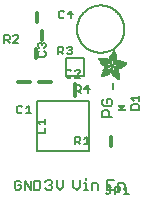
<source format=gbr>
G04 EAGLE Gerber RS-274X export*
G75*
%MOMM*%
%FSLAX34Y34*%
%LPD*%
%INSilkscreen Top*%
%IPPOS*%
%AMOC8*
5,1,8,0,0,1.08239X$1,22.5*%
G01*
%ADD10C,0.127000*%
%ADD11C,0.152400*%
%ADD12C,0.304800*%
%ADD13C,0.203200*%
%ADD14R,0.034300X0.003800*%
%ADD15R,0.057200X0.003800*%
%ADD16R,0.076200X0.003800*%
%ADD17R,0.091400X0.003800*%
%ADD18R,0.102900X0.003800*%
%ADD19R,0.114300X0.003900*%
%ADD20R,0.129500X0.003800*%
%ADD21R,0.137200X0.003800*%
%ADD22R,0.144800X0.003800*%
%ADD23R,0.152400X0.003800*%
%ADD24R,0.160000X0.003800*%
%ADD25R,0.171500X0.003800*%
%ADD26R,0.175300X0.003800*%
%ADD27R,0.182900X0.003800*%
%ADD28R,0.190500X0.003800*%
%ADD29R,0.194300X0.003900*%
%ADD30R,0.201900X0.003800*%
%ADD31R,0.209500X0.003800*%
%ADD32R,0.213400X0.003800*%
%ADD33R,0.221000X0.003800*%
%ADD34R,0.224800X0.003800*%
%ADD35R,0.232400X0.003800*%
%ADD36R,0.240000X0.003800*%
%ADD37R,0.243800X0.003800*%
%ADD38R,0.247600X0.003800*%
%ADD39R,0.255300X0.003900*%
%ADD40R,0.259100X0.003800*%
%ADD41R,0.262900X0.003800*%
%ADD42R,0.270500X0.003800*%
%ADD43R,0.274300X0.003800*%
%ADD44R,0.281900X0.003800*%
%ADD45R,0.285700X0.003800*%
%ADD46R,0.289500X0.003800*%
%ADD47R,0.297200X0.003800*%
%ADD48R,0.301000X0.003800*%
%ADD49R,0.304800X0.003900*%
%ADD50R,0.312400X0.003800*%
%ADD51R,0.316200X0.003800*%
%ADD52R,0.320000X0.003800*%
%ADD53R,0.327600X0.003800*%
%ADD54R,0.331500X0.003800*%
%ADD55R,0.339100X0.003800*%
%ADD56R,0.342900X0.003800*%
%ADD57R,0.346700X0.003800*%
%ADD58R,0.354300X0.003800*%
%ADD59R,0.358100X0.003900*%
%ADD60R,0.361900X0.003800*%
%ADD61R,0.369600X0.003800*%
%ADD62R,0.373400X0.003800*%
%ADD63R,0.377200X0.003800*%
%ADD64R,0.384800X0.003800*%
%ADD65R,0.388600X0.003800*%
%ADD66R,0.396200X0.003800*%
%ADD67R,0.400000X0.003800*%
%ADD68R,0.403800X0.003800*%
%ADD69R,0.411500X0.003900*%
%ADD70R,0.415300X0.003800*%
%ADD71R,0.419100X0.003800*%
%ADD72R,0.045700X0.003800*%
%ADD73R,0.426700X0.003800*%
%ADD74R,0.072400X0.003800*%
%ADD75R,0.430500X0.003800*%
%ADD76R,0.095300X0.003800*%
%ADD77R,0.438100X0.003800*%
%ADD78R,0.110500X0.003800*%
%ADD79R,0.441900X0.003800*%
%ADD80R,0.445800X0.003800*%
%ADD81R,0.144700X0.003800*%
%ADD82R,0.453400X0.003800*%
%ADD83R,0.457200X0.003800*%
%ADD84R,0.175300X0.003900*%
%ADD85R,0.461000X0.003900*%
%ADD86R,0.468600X0.003800*%
%ADD87R,0.205800X0.003800*%
%ADD88R,0.472400X0.003800*%
%ADD89R,0.217200X0.003800*%
%ADD90R,0.476200X0.003800*%
%ADD91R,0.483900X0.003800*%
%ADD92R,0.247700X0.003800*%
%ADD93R,0.487700X0.003800*%
%ADD94R,0.495300X0.003800*%
%ADD95R,0.499100X0.003800*%
%ADD96R,0.502900X0.003800*%
%ADD97R,0.510500X0.003800*%
%ADD98R,0.308600X0.003900*%
%ADD99R,0.514300X0.003900*%
%ADD100R,0.323800X0.003800*%
%ADD101R,0.518100X0.003800*%
%ADD102R,0.335300X0.003800*%
%ADD103R,0.525800X0.003800*%
%ADD104R,0.529600X0.003800*%
%ADD105R,0.358100X0.003800*%
%ADD106R,0.533400X0.003800*%
%ADD107R,0.537200X0.003800*%
%ADD108R,0.381000X0.003800*%
%ADD109R,0.544800X0.003800*%
%ADD110R,0.392400X0.003800*%
%ADD111R,0.548600X0.003800*%
%ADD112R,0.552400X0.003800*%
%ADD113R,0.556200X0.003800*%
%ADD114R,0.422900X0.003900*%
%ADD115R,0.560100X0.003900*%
%ADD116R,0.434300X0.003800*%
%ADD117R,0.563900X0.003800*%
%ADD118R,0.567700X0.003800*%
%ADD119R,0.461000X0.003800*%
%ADD120R,0.571500X0.003800*%
%ADD121R,0.575300X0.003800*%
%ADD122R,0.480100X0.003800*%
%ADD123R,0.579100X0.003800*%
%ADD124R,0.491500X0.003800*%
%ADD125R,0.582900X0.003800*%
%ADD126R,0.586700X0.003800*%
%ADD127R,0.510600X0.003800*%
%ADD128R,0.590500X0.003800*%
%ADD129R,0.522000X0.003800*%
%ADD130R,0.594300X0.003800*%
%ADD131R,0.533400X0.003900*%
%ADD132R,0.598200X0.003900*%
%ADD133R,0.541000X0.003800*%
%ADD134R,0.602000X0.003800*%
%ADD135R,0.552500X0.003800*%
%ADD136R,0.605800X0.003800*%
%ADD137R,0.560100X0.003800*%
%ADD138R,0.609600X0.003800*%
%ADD139R,0.613400X0.003800*%
%ADD140R,0.583000X0.003800*%
%ADD141R,0.617200X0.003800*%
%ADD142R,0.594400X0.003800*%
%ADD143R,0.621000X0.003800*%
%ADD144R,0.598200X0.003800*%
%ADD145R,0.624800X0.003800*%
%ADD146R,0.613500X0.003900*%
%ADD147R,0.628600X0.003900*%
%ADD148R,0.632400X0.003800*%
%ADD149R,0.628600X0.003800*%
%ADD150R,0.636300X0.003800*%
%ADD151R,0.640100X0.003800*%
%ADD152R,0.636200X0.003800*%
%ADD153R,0.643900X0.003800*%
%ADD154R,0.647700X0.003800*%
%ADD155R,0.651500X0.003800*%
%ADD156R,0.659100X0.003800*%
%ADD157R,0.659100X0.003900*%
%ADD158R,0.655300X0.003900*%
%ADD159R,0.662900X0.003800*%
%ADD160R,0.655300X0.003800*%
%ADD161R,0.670500X0.003800*%
%ADD162R,0.670600X0.003800*%
%ADD163R,0.674400X0.003800*%
%ADD164R,0.682000X0.003800*%
%ADD165R,0.666700X0.003800*%
%ADD166R,0.685800X0.003800*%
%ADD167R,0.689600X0.003800*%
%ADD168R,0.693400X0.003900*%
%ADD169R,0.674400X0.003900*%
%ADD170R,0.697200X0.003800*%
%ADD171R,0.678200X0.003800*%
%ADD172R,0.697300X0.003800*%
%ADD173R,0.701100X0.003800*%
%ADD174R,0.704900X0.003800*%
%ADD175R,0.708700X0.003800*%
%ADD176R,0.712500X0.003800*%
%ADD177R,0.716300X0.003800*%
%ADD178R,0.720100X0.003900*%
%ADD179R,0.689600X0.003900*%
%ADD180R,0.720000X0.003800*%
%ADD181R,0.693400X0.003800*%
%ADD182R,0.723900X0.003800*%
%ADD183R,0.727700X0.003800*%
%ADD184R,0.731500X0.003800*%
%ADD185R,0.701000X0.003800*%
%ADD186R,0.735300X0.003800*%
%ADD187R,0.731500X0.003900*%
%ADD188R,0.701000X0.003900*%
%ADD189R,0.704800X0.003800*%
%ADD190R,0.739100X0.003800*%
%ADD191R,0.743000X0.003800*%
%ADD192R,0.739200X0.003800*%
%ADD193R,0.743000X0.003900*%
%ADD194R,0.704800X0.003900*%
%ADD195R,0.746800X0.003800*%
%ADD196R,0.746800X0.003900*%
%ADD197R,0.742900X0.003800*%
%ADD198R,0.746700X0.003800*%
%ADD199R,0.746700X0.003900*%
%ADD200R,1.428800X0.003800*%
%ADD201R,1.424900X0.003800*%
%ADD202R,1.421100X0.003900*%
%ADD203R,1.421100X0.003800*%
%ADD204R,1.417300X0.003800*%
%ADD205R,1.413500X0.003800*%
%ADD206R,1.409700X0.003800*%
%ADD207R,1.405900X0.003800*%
%ADD208R,1.402100X0.003800*%
%ADD209R,1.398300X0.003800*%
%ADD210R,0.983000X0.003900*%
%ADD211R,0.384800X0.003900*%
%ADD212R,0.971600X0.003800*%
%ADD213R,0.963900X0.003800*%
%ADD214R,0.956300X0.003800*%
%ADD215R,0.365800X0.003800*%
%ADD216R,0.952500X0.003800*%
%ADD217R,0.941000X0.003800*%
%ADD218R,0.358200X0.003800*%
%ADD219R,0.937200X0.003800*%
%ADD220R,0.933400X0.003800*%
%ADD221R,0.354400X0.003800*%
%ADD222R,0.925800X0.003800*%
%ADD223R,0.350500X0.003800*%
%ADD224R,0.922000X0.003800*%
%ADD225R,0.918200X0.003900*%
%ADD226R,0.346700X0.003900*%
%ADD227R,0.910600X0.003800*%
%ADD228R,0.906800X0.003800*%
%ADD229R,0.903000X0.003800*%
%ADD230R,0.339000X0.003800*%
%ADD231R,0.895300X0.003800*%
%ADD232R,0.335200X0.003800*%
%ADD233R,0.887700X0.003800*%
%ADD234R,0.883900X0.003800*%
%ADD235R,0.331400X0.003800*%
%ADD236R,0.880100X0.003800*%
%ADD237R,0.876300X0.003800*%
%ADD238R,0.468600X0.003900*%
%ADD239R,0.396200X0.003900*%
%ADD240R,0.323800X0.003900*%
%ADD241R,0.449600X0.003800*%
%ADD242R,0.323900X0.003800*%
%ADD243R,0.442000X0.003800*%
%ADD244R,0.434400X0.003800*%
%ADD245R,0.320100X0.003800*%
%ADD246R,0.316300X0.003800*%
%ADD247R,0.426800X0.003800*%
%ADD248R,0.327700X0.003800*%
%ADD249R,0.312500X0.003800*%
%ADD250R,0.422900X0.003800*%
%ADD251R,0.308600X0.003800*%
%ADD252R,0.293400X0.003800*%
%ADD253R,0.304800X0.003800*%
%ADD254R,0.419100X0.003900*%
%ADD255R,0.285700X0.003900*%
%ADD256R,0.301000X0.003900*%
%ADD257R,0.411500X0.003800*%
%ADD258R,0.407700X0.003800*%
%ADD259R,0.289600X0.003800*%
%ADD260R,0.285800X0.003800*%
%ADD261R,0.403900X0.003800*%
%ADD262R,0.228600X0.003800*%
%ADD263R,0.403900X0.003900*%
%ADD264R,0.221000X0.003900*%
%ADD265R,0.278100X0.003900*%
%ADD266R,0.400100X0.003800*%
%ADD267R,0.209600X0.003800*%
%ADD268R,0.266700X0.003800*%
%ADD269R,0.038100X0.003800*%
%ADD270R,0.194300X0.003800*%
%ADD271R,0.148600X0.003800*%
%ADD272R,0.259000X0.003800*%
%ADD273R,0.182800X0.003800*%
%ADD274R,0.186700X0.003800*%
%ADD275R,0.251400X0.003800*%
%ADD276R,0.179100X0.003800*%
%ADD277R,0.236200X0.003800*%
%ADD278R,0.243900X0.003900*%
%ADD279R,0.282000X0.003900*%
%ADD280R,0.167700X0.003800*%
%ADD281R,0.236300X0.003800*%
%ADD282R,0.396300X0.003800*%
%ADD283R,0.163900X0.003800*%
%ADD284R,0.392500X0.003800*%
%ADD285R,0.160100X0.003800*%
%ADD286R,0.586800X0.003800*%
%ADD287R,0.148500X0.003800*%
%ADD288R,0.140900X0.003800*%
%ADD289R,0.392400X0.003900*%
%ADD290R,0.140900X0.003900*%
%ADD291R,0.647700X0.003900*%
%ADD292R,0.133300X0.003800*%
%ADD293R,0.674300X0.003800*%
%ADD294R,0.388700X0.003800*%
%ADD295R,0.125700X0.003800*%
%ADD296R,0.121900X0.003800*%
%ADD297R,0.720100X0.003800*%
%ADD298R,0.118100X0.003800*%
%ADD299R,0.118100X0.003900*%
%ADD300R,0.739100X0.003900*%
%ADD301R,0.114300X0.003800*%
%ADD302R,0.754400X0.003800*%
%ADD303R,0.765800X0.003800*%
%ADD304R,0.773400X0.003800*%
%ADD305R,0.784800X0.003800*%
%ADD306R,0.118200X0.003800*%
%ADD307R,0.792500X0.003800*%
%ADD308R,0.803900X0.003800*%
%ADD309R,0.122000X0.003800*%
%ADD310R,0.815400X0.003800*%
%ADD311R,0.125800X0.003800*%
%ADD312R,0.826800X0.003800*%
%ADD313R,0.369500X0.003900*%
%ADD314R,0.133400X0.003900*%
%ADD315R,0.842000X0.003900*%
%ADD316R,0.365700X0.003800*%
%ADD317R,1.009700X0.003800*%
%ADD318R,1.013500X0.003800*%
%ADD319R,0.362000X0.003800*%
%ADD320R,1.024900X0.003800*%
%ADD321R,1.028700X0.003800*%
%ADD322R,1.036300X0.003800*%
%ADD323R,1.047800X0.003800*%
%ADD324R,1.055400X0.003800*%
%ADD325R,1.070600X0.003800*%
%ADD326R,0.030500X0.003800*%
%ADD327R,1.436400X0.003800*%
%ADD328R,1.562100X0.003900*%
%ADD329R,1.588700X0.003800*%
%ADD330R,1.607800X0.003800*%
%ADD331R,1.626900X0.003800*%
%ADD332R,1.642100X0.003800*%
%ADD333R,1.657400X0.003800*%
%ADD334R,1.676400X0.003800*%
%ADD335R,1.687800X0.003800*%
%ADD336R,1.703000X0.003800*%
%ADD337R,1.714500X0.003800*%
%ADD338R,1.726000X0.003900*%
%ADD339R,1.741200X0.003800*%
%ADD340R,0.914400X0.003800*%
%ADD341R,0.769600X0.003800*%
%ADD342R,0.884000X0.003800*%
%ADD343R,0.712400X0.003800*%
%ADD344R,0.880100X0.003900*%
%ADD345R,0.887800X0.003800*%
%ADD346R,0.891600X0.003800*%
%ADD347R,0.895400X0.003800*%
%ADD348R,0.251500X0.003800*%
%ADD349R,0.579200X0.003900*%
%ADD350R,0.243900X0.003800*%
%ADD351R,0.556300X0.003800*%
%ADD352R,0.255200X0.003800*%
%ADD353R,0.529500X0.003800*%
%ADD354R,0.731600X0.003800*%
%ADD355R,0.525800X0.003900*%
%ADD356R,0.281900X0.003900*%
%ADD357R,0.735400X0.003900*%
%ADD358R,0.300900X0.003800*%
%ADD359R,0.762000X0.003800*%
%ADD360R,0.518200X0.003800*%
%ADD361R,0.350600X0.003800*%
%ADD362R,0.796300X0.003800*%
%ADD363R,0.807800X0.003800*%
%ADD364R,0.506700X0.003800*%
%ADD365R,0.849600X0.003800*%
%ADD366R,0.506700X0.003900*%
%ADD367R,1.371600X0.003900*%
%ADD368R,1.207800X0.003800*%
%ADD369R,0.503000X0.003800*%
%ADD370R,0.141000X0.003800*%
%ADD371R,1.203900X0.003800*%
%ADD372R,1.204000X0.003800*%
%ADD373R,1.200200X0.003800*%
%ADD374R,0.499100X0.003900*%
%ADD375R,0.156200X0.003900*%
%ADD376R,1.196400X0.003900*%
%ADD377R,1.196400X0.003800*%
%ADD378R,0.163800X0.003800*%
%ADD379R,0.167600X0.003800*%
%ADD380R,1.192500X0.003800*%
%ADD381R,0.499200X0.003800*%
%ADD382R,1.188700X0.003800*%
%ADD383R,0.506800X0.003800*%
%ADD384R,1.184900X0.003800*%
%ADD385R,0.510600X0.003900*%
%ADD386R,0.209600X0.003900*%
%ADD387R,1.181100X0.003900*%
%ADD388R,0.514400X0.003800*%
%ADD389R,1.181100X0.003800*%
%ADD390R,1.177300X0.003800*%
%ADD391R,0.240100X0.003800*%
%ADD392R,1.173500X0.003800*%
%ADD393R,1.169700X0.003800*%
%ADD394R,1.165900X0.003800*%
%ADD395R,1.162100X0.003800*%
%ADD396R,0.929700X0.003900*%
%ADD397R,1.162100X0.003900*%
%ADD398R,0.929700X0.003800*%
%ADD399R,1.154500X0.003800*%
%ADD400R,0.933500X0.003800*%
%ADD401R,1.150600X0.003800*%
%ADD402R,0.937300X0.003800*%
%ADD403R,1.146800X0.003800*%
%ADD404R,0.941100X0.003800*%
%ADD405R,1.139200X0.003800*%
%ADD406R,0.944900X0.003800*%
%ADD407R,1.135400X0.003800*%
%ADD408R,0.948700X0.003800*%
%ADD409R,1.127800X0.003800*%
%ADD410R,1.124000X0.003800*%
%ADD411R,1.116400X0.003800*%
%ADD412R,0.956300X0.003900*%
%ADD413R,1.104900X0.003900*%
%ADD414R,0.960100X0.003800*%
%ADD415R,1.093500X0.003800*%
%ADD416R,1.085900X0.003800*%
%ADD417R,0.967800X0.003800*%
%ADD418R,1.074500X0.003800*%
%ADD419R,1.063000X0.003800*%
%ADD420R,0.975400X0.003800*%
%ADD421R,1.036400X0.003800*%
%ADD422R,0.979200X0.003800*%
%ADD423R,1.021000X0.003800*%
%ADD424R,0.983000X0.003800*%
%ADD425R,1.009600X0.003800*%
%ADD426R,0.986800X0.003800*%
%ADD427R,0.998200X0.003800*%
%ADD428R,0.990600X0.003900*%
%ADD429R,0.986700X0.003900*%
%ADD430R,0.994400X0.003800*%
%ADD431R,0.975300X0.003800*%
%ADD432R,0.948600X0.003800*%
%ADD433R,1.002000X0.003800*%
%ADD434R,0.213300X0.003800*%
%ADD435R,0.217100X0.003800*%
%ADD436R,1.017300X0.003800*%
%ADD437R,0.666800X0.003800*%
%ADD438R,0.220900X0.003800*%
%ADD439R,1.028700X0.003900*%
%ADD440R,0.224700X0.003900*%
%ADD441R,1.032500X0.003800*%
%ADD442R,1.040100X0.003800*%
%ADD443R,1.043900X0.003800*%
%ADD444R,0.548700X0.003800*%
%ADD445R,1.051500X0.003800*%
%ADD446R,1.055300X0.003800*%
%ADD447R,1.059100X0.003800*%
%ADD448R,1.062900X0.003800*%
%ADD449R,0.255300X0.003800*%
%ADD450R,1.066800X0.003900*%
%ADD451R,0.259100X0.003900*%
%ADD452R,0.457200X0.003900*%
%ADD453R,0.423000X0.003800*%
%ADD454R,1.082100X0.003800*%
%ADD455R,0.274400X0.003800*%
%ADD456R,0.278200X0.003800*%
%ADD457R,1.101100X0.003800*%
%ADD458R,0.278100X0.003800*%
%ADD459R,0.876300X0.003900*%
%ADD460R,0.236200X0.003900*%
%ADD461R,0.289600X0.003900*%
%ADD462R,0.247700X0.003900*%
%ADD463R,0.049500X0.003800*%
%ADD464R,0.640100X0.003900*%
%ADD465R,0.659200X0.003800*%
%ADD466R,0.663000X0.003800*%
%ADD467R,0.872500X0.003900*%
%ADD468R,0.666800X0.003900*%
%ADD469R,0.872500X0.003800*%
%ADD470R,0.868700X0.003800*%
%ADD471R,0.864900X0.003800*%
%ADD472R,0.861100X0.003800*%
%ADD473R,0.857300X0.003800*%
%ADD474R,0.853400X0.003800*%
%ADD475R,0.845800X0.003800*%
%ADD476R,0.682000X0.003900*%
%ADD477R,0.842000X0.003800*%
%ADD478R,0.834400X0.003800*%
%ADD479R,0.823000X0.003800*%
%ADD480R,0.815300X0.003800*%
%ADD481R,0.811500X0.003800*%
%ADD482R,0.788700X0.003800*%
%ADD483R,0.777300X0.003900*%
%ADD484R,0.750600X0.003800*%
%ADD485R,0.735400X0.003800*%
%ADD486R,0.727800X0.003800*%
%ADD487R,0.628700X0.003800*%
%ADD488R,0.575400X0.003800*%
%ADD489R,0.670600X0.003900*%
%ADD490R,0.655400X0.003800*%
%ADD491R,0.651500X0.003900*%
%ADD492R,0.624800X0.003900*%
%ADD493R,0.594400X0.003900*%
%ADD494R,0.563900X0.003900*%
%ADD495R,0.541100X0.003800*%
%ADD496R,0.537300X0.003800*%
%ADD497R,0.525700X0.003800*%
%ADD498R,0.525700X0.003900*%
%ADD499R,0.514300X0.003800*%
%ADD500R,0.480100X0.003900*%
%ADD501R,0.464800X0.003800*%
%ADD502R,0.442000X0.003900*%
%ADD503R,0.438200X0.003800*%
%ADD504R,0.430600X0.003800*%
%ADD505R,0.407600X0.003800*%
%ADD506R,0.403800X0.003900*%
%ADD507R,0.365700X0.003900*%
%ADD508R,0.327700X0.003900*%
%ADD509R,0.243800X0.003900*%
%ADD510R,0.205800X0.003900*%
%ADD511R,0.198100X0.003800*%
%ADD512R,0.163800X0.003900*%
%ADD513R,0.137100X0.003800*%
%ADD514R,0.091500X0.003900*%
%ADD515R,0.060900X0.003800*%
%ADD516R,0.762000X0.127000*%

G36*
X94019Y70871D02*
X94019Y70871D01*
X94039Y70869D01*
X94140Y70894D01*
X94242Y70913D01*
X94259Y70923D01*
X94278Y70927D01*
X94366Y70983D01*
X94456Y71034D01*
X94473Y71051D01*
X94486Y71059D01*
X94506Y71084D01*
X94574Y71152D01*
X97114Y74327D01*
X97129Y74353D01*
X97150Y74375D01*
X97189Y74460D01*
X97235Y74542D01*
X97241Y74571D01*
X97253Y74598D01*
X97263Y74691D01*
X97281Y74783D01*
X97277Y74813D01*
X97280Y74842D01*
X97260Y74934D01*
X97248Y75027D01*
X97234Y75054D01*
X97228Y75083D01*
X97180Y75163D01*
X97138Y75247D01*
X97117Y75268D01*
X97102Y75294D01*
X97030Y75355D01*
X96964Y75421D01*
X96938Y75434D01*
X96915Y75454D01*
X96828Y75489D01*
X96744Y75531D01*
X96714Y75535D01*
X96687Y75546D01*
X96520Y75564D01*
X91440Y75564D01*
X91411Y75559D01*
X91381Y75562D01*
X91290Y75540D01*
X91197Y75525D01*
X91171Y75511D01*
X91142Y75504D01*
X91063Y75453D01*
X90980Y75409D01*
X90959Y75388D01*
X90934Y75372D01*
X90875Y75299D01*
X90811Y75231D01*
X90798Y75204D01*
X90779Y75181D01*
X90746Y75093D01*
X90707Y75008D01*
X90704Y74978D01*
X90693Y74951D01*
X90690Y74857D01*
X90680Y74764D01*
X90686Y74734D01*
X90685Y74705D01*
X90712Y74615D01*
X90732Y74523D01*
X90747Y74498D01*
X90756Y74469D01*
X90846Y74327D01*
X93386Y71152D01*
X93463Y71083D01*
X93536Y71010D01*
X93554Y71001D01*
X93568Y70988D01*
X93664Y70946D01*
X93756Y70900D01*
X93776Y70898D01*
X93794Y70890D01*
X93897Y70881D01*
X94000Y70867D01*
X94019Y70871D01*
G37*
D10*
X8681Y10165D02*
X7410Y11437D01*
X4867Y11437D01*
X3596Y10165D01*
X3596Y5081D01*
X4867Y3810D01*
X7410Y3810D01*
X8681Y5081D01*
X8681Y7623D01*
X6138Y7623D01*
X11782Y3810D02*
X11782Y11437D01*
X16866Y3810D01*
X16866Y11437D01*
X19968Y11437D02*
X19968Y3810D01*
X23781Y3810D01*
X25052Y5081D01*
X25052Y10165D01*
X23781Y11437D01*
X19968Y11437D01*
D11*
X29507Y10505D02*
X30947Y11945D01*
X33829Y11945D01*
X35269Y10505D01*
X35269Y9064D01*
X33829Y7624D01*
X32388Y7624D01*
X33829Y7624D02*
X35269Y6183D01*
X35269Y4743D01*
X33829Y3302D01*
X30947Y3302D01*
X29507Y4743D01*
X38862Y6183D02*
X38862Y11945D01*
X38862Y6183D02*
X41743Y3302D01*
X44624Y6183D01*
X44624Y11945D01*
X53058Y11945D02*
X53058Y6183D01*
X55940Y3302D01*
X58821Y6183D01*
X58821Y11945D01*
X62414Y9064D02*
X63854Y9064D01*
X63854Y3302D01*
X62414Y3302D02*
X65295Y3302D01*
X63854Y11945D02*
X63854Y13386D01*
X68650Y9064D02*
X68650Y3302D01*
X68650Y9064D02*
X72972Y9064D01*
X74413Y7624D01*
X74413Y3302D01*
X81577Y11945D02*
X87339Y11945D01*
X81577Y11945D02*
X81577Y3302D01*
X87339Y3302D01*
X84458Y7624D02*
X81577Y7624D01*
X90932Y9064D02*
X90932Y3302D01*
X90932Y9064D02*
X95254Y9064D01*
X96694Y7624D01*
X96694Y3302D01*
X86233Y65067D02*
X77590Y65067D01*
X77590Y69389D01*
X79030Y70829D01*
X81911Y70829D01*
X83352Y69389D01*
X83352Y65067D01*
X77590Y78744D02*
X79030Y80184D01*
X77590Y78744D02*
X77590Y75863D01*
X79030Y74422D01*
X84792Y74422D01*
X86233Y75863D01*
X86233Y78744D01*
X84792Y80184D01*
X81911Y80184D01*
X81911Y77303D01*
D10*
X66450Y36785D02*
X22450Y36785D01*
X22450Y78785D01*
X66450Y78785D01*
X66450Y36785D01*
D11*
X28908Y51387D02*
X22298Y51387D01*
X28908Y51387D02*
X28908Y55793D01*
X24502Y58871D02*
X22298Y61074D01*
X28908Y61074D01*
X28908Y58871D02*
X28908Y63278D01*
D12*
X16510Y95250D02*
X6350Y95250D01*
D11*
X8784Y74809D02*
X9885Y73707D01*
X8784Y74809D02*
X6580Y74809D01*
X5479Y73707D01*
X5479Y69301D01*
X6580Y68199D01*
X8784Y68199D01*
X9885Y69301D01*
X12963Y72605D02*
X15166Y74809D01*
X15166Y68199D01*
X12963Y68199D02*
X17369Y68199D01*
D12*
X54610Y83185D02*
X54610Y93345D01*
D11*
X51523Y104060D02*
X50422Y105162D01*
X48219Y105162D01*
X47117Y104060D01*
X47117Y99654D01*
X48219Y98552D01*
X50422Y98552D01*
X51523Y99654D01*
X54601Y98552D02*
X59008Y98552D01*
X59008Y102958D02*
X54601Y98552D01*
X59008Y102958D02*
X59008Y104060D01*
X57906Y105162D01*
X55703Y105162D01*
X54601Y104060D01*
D13*
X56200Y139700D02*
X56206Y140191D01*
X56224Y140681D01*
X56254Y141171D01*
X56296Y141660D01*
X56350Y142148D01*
X56416Y142635D01*
X56494Y143119D01*
X56584Y143602D01*
X56686Y144082D01*
X56799Y144560D01*
X56924Y145034D01*
X57061Y145506D01*
X57209Y145974D01*
X57369Y146438D01*
X57540Y146898D01*
X57722Y147354D01*
X57916Y147805D01*
X58120Y148251D01*
X58336Y148692D01*
X58562Y149128D01*
X58798Y149558D01*
X59045Y149982D01*
X59303Y150400D01*
X59571Y150811D01*
X59848Y151216D01*
X60136Y151614D01*
X60433Y152005D01*
X60740Y152388D01*
X61056Y152763D01*
X61381Y153131D01*
X61715Y153491D01*
X62058Y153842D01*
X62409Y154185D01*
X62769Y154519D01*
X63137Y154844D01*
X63512Y155160D01*
X63895Y155467D01*
X64286Y155764D01*
X64684Y156052D01*
X65089Y156329D01*
X65500Y156597D01*
X65918Y156855D01*
X66342Y157102D01*
X66772Y157338D01*
X67208Y157564D01*
X67649Y157780D01*
X68095Y157984D01*
X68546Y158178D01*
X69002Y158360D01*
X69462Y158531D01*
X69926Y158691D01*
X70394Y158839D01*
X70866Y158976D01*
X71340Y159101D01*
X71818Y159214D01*
X72298Y159316D01*
X72781Y159406D01*
X73265Y159484D01*
X73752Y159550D01*
X74240Y159604D01*
X74729Y159646D01*
X75219Y159676D01*
X75709Y159694D01*
X76200Y159700D01*
X76691Y159694D01*
X77181Y159676D01*
X77671Y159646D01*
X78160Y159604D01*
X78648Y159550D01*
X79135Y159484D01*
X79619Y159406D01*
X80102Y159316D01*
X80582Y159214D01*
X81060Y159101D01*
X81534Y158976D01*
X82006Y158839D01*
X82474Y158691D01*
X82938Y158531D01*
X83398Y158360D01*
X83854Y158178D01*
X84305Y157984D01*
X84751Y157780D01*
X85192Y157564D01*
X85628Y157338D01*
X86058Y157102D01*
X86482Y156855D01*
X86900Y156597D01*
X87311Y156329D01*
X87716Y156052D01*
X88114Y155764D01*
X88505Y155467D01*
X88888Y155160D01*
X89263Y154844D01*
X89631Y154519D01*
X89991Y154185D01*
X90342Y153842D01*
X90685Y153491D01*
X91019Y153131D01*
X91344Y152763D01*
X91660Y152388D01*
X91967Y152005D01*
X92264Y151614D01*
X92552Y151216D01*
X92829Y150811D01*
X93097Y150400D01*
X93355Y149982D01*
X93602Y149558D01*
X93838Y149128D01*
X94064Y148692D01*
X94280Y148251D01*
X94484Y147805D01*
X94678Y147354D01*
X94860Y146898D01*
X95031Y146438D01*
X95191Y145974D01*
X95339Y145506D01*
X95476Y145034D01*
X95601Y144560D01*
X95714Y144082D01*
X95816Y143602D01*
X95906Y143119D01*
X95984Y142635D01*
X96050Y142148D01*
X96104Y141660D01*
X96146Y141171D01*
X96176Y140681D01*
X96194Y140191D01*
X96200Y139700D01*
X96194Y139209D01*
X96176Y138719D01*
X96146Y138229D01*
X96104Y137740D01*
X96050Y137252D01*
X95984Y136765D01*
X95906Y136281D01*
X95816Y135798D01*
X95714Y135318D01*
X95601Y134840D01*
X95476Y134366D01*
X95339Y133894D01*
X95191Y133426D01*
X95031Y132962D01*
X94860Y132502D01*
X94678Y132046D01*
X94484Y131595D01*
X94280Y131149D01*
X94064Y130708D01*
X93838Y130272D01*
X93602Y129842D01*
X93355Y129418D01*
X93097Y129000D01*
X92829Y128589D01*
X92552Y128184D01*
X92264Y127786D01*
X91967Y127395D01*
X91660Y127012D01*
X91344Y126637D01*
X91019Y126269D01*
X90685Y125909D01*
X90342Y125558D01*
X89991Y125215D01*
X89631Y124881D01*
X89263Y124556D01*
X88888Y124240D01*
X88505Y123933D01*
X88114Y123636D01*
X87716Y123348D01*
X87311Y123071D01*
X86900Y122803D01*
X86482Y122545D01*
X86058Y122298D01*
X85628Y122062D01*
X85192Y121836D01*
X84751Y121620D01*
X84305Y121416D01*
X83854Y121222D01*
X83398Y121040D01*
X82938Y120869D01*
X82474Y120709D01*
X82006Y120561D01*
X81534Y120424D01*
X81060Y120299D01*
X80582Y120186D01*
X80102Y120084D01*
X79619Y119994D01*
X79135Y119916D01*
X78648Y119850D01*
X78160Y119796D01*
X77671Y119754D01*
X77181Y119724D01*
X76691Y119706D01*
X76200Y119700D01*
X75709Y119706D01*
X75219Y119724D01*
X74729Y119754D01*
X74240Y119796D01*
X73752Y119850D01*
X73265Y119916D01*
X72781Y119994D01*
X72298Y120084D01*
X71818Y120186D01*
X71340Y120299D01*
X70866Y120424D01*
X70394Y120561D01*
X69926Y120709D01*
X69462Y120869D01*
X69002Y121040D01*
X68546Y121222D01*
X68095Y121416D01*
X67649Y121620D01*
X67208Y121836D01*
X66772Y122062D01*
X66342Y122298D01*
X65918Y122545D01*
X65500Y122803D01*
X65089Y123071D01*
X64684Y123348D01*
X64286Y123636D01*
X63895Y123933D01*
X63512Y124240D01*
X63137Y124556D01*
X62769Y124881D01*
X62409Y125215D01*
X62058Y125558D01*
X61715Y125909D01*
X61381Y126269D01*
X61056Y126637D01*
X60740Y127012D01*
X60433Y127395D01*
X60136Y127786D01*
X59848Y128184D01*
X59571Y128589D01*
X59303Y129000D01*
X59045Y129418D01*
X58798Y129842D01*
X58562Y130272D01*
X58336Y130708D01*
X58120Y131149D01*
X57916Y131595D01*
X57722Y132046D01*
X57540Y132502D01*
X57369Y132962D01*
X57209Y133426D01*
X57061Y133894D01*
X56924Y134366D01*
X56799Y134840D01*
X56686Y135318D01*
X56584Y135798D01*
X56494Y136281D01*
X56416Y136765D01*
X56350Y137252D01*
X56296Y137740D01*
X56254Y138229D01*
X56224Y138719D01*
X56206Y139209D01*
X56200Y139700D01*
D14*
X91364Y96520D03*
D15*
X91364Y96558D03*
D16*
X91345Y96596D03*
D17*
X91345Y96634D03*
D18*
X91364Y96672D03*
D19*
X91345Y96711D03*
D20*
X91345Y96749D03*
D21*
X91345Y96787D03*
D22*
X91345Y96825D03*
D23*
X91307Y96863D03*
D24*
X91307Y96901D03*
D25*
X91288Y96939D03*
D26*
X91269Y96977D03*
D27*
X91269Y97015D03*
D28*
X91231Y97053D03*
D29*
X91212Y97092D03*
D30*
X91212Y97130D03*
D31*
X91174Y97168D03*
D32*
X91154Y97206D03*
D33*
X91116Y97244D03*
D34*
X91097Y97282D03*
D35*
X91097Y97320D03*
D36*
X91059Y97358D03*
D37*
X91040Y97396D03*
D38*
X91021Y97434D03*
D39*
X90983Y97473D03*
D40*
X90964Y97511D03*
D41*
X90945Y97549D03*
D42*
X90907Y97587D03*
D43*
X90888Y97625D03*
D44*
X90850Y97663D03*
D45*
X90831Y97701D03*
D46*
X90812Y97739D03*
D47*
X90773Y97777D03*
D48*
X90754Y97815D03*
D49*
X90735Y97854D03*
D50*
X90697Y97892D03*
D51*
X90678Y97930D03*
D52*
X90659Y97968D03*
D53*
X90621Y98006D03*
D54*
X90602Y98044D03*
D55*
X90564Y98082D03*
D56*
X90545Y98120D03*
D57*
X90526Y98158D03*
D58*
X90488Y98196D03*
D59*
X90469Y98235D03*
D60*
X90450Y98273D03*
D61*
X90411Y98311D03*
D62*
X90392Y98349D03*
D63*
X90373Y98387D03*
D64*
X90335Y98425D03*
D65*
X90316Y98463D03*
D66*
X90278Y98501D03*
D67*
X90259Y98539D03*
D68*
X90240Y98577D03*
D69*
X90202Y98616D03*
D70*
X90183Y98654D03*
D71*
X90164Y98692D03*
D72*
X77401Y98730D03*
D73*
X90126Y98730D03*
D74*
X77419Y98768D03*
D75*
X90107Y98768D03*
D76*
X77458Y98806D03*
D77*
X90069Y98806D03*
D78*
X77496Y98844D03*
D79*
X90050Y98844D03*
D20*
X77515Y98882D03*
D80*
X90030Y98882D03*
D81*
X77553Y98920D03*
D82*
X89992Y98920D03*
D24*
X77591Y98958D03*
D83*
X89973Y98958D03*
D84*
X77629Y98997D03*
D85*
X89954Y98997D03*
D28*
X77667Y99035D03*
D86*
X89916Y99035D03*
D87*
X77705Y99073D03*
D88*
X89897Y99073D03*
D89*
X77762Y99111D03*
D90*
X89878Y99111D03*
D35*
X77800Y99149D03*
D91*
X89840Y99149D03*
D92*
X77839Y99187D03*
D93*
X89821Y99187D03*
D40*
X77896Y99225D03*
D94*
X89783Y99225D03*
D43*
X77934Y99263D03*
D95*
X89764Y99263D03*
D45*
X77991Y99301D03*
D96*
X89745Y99301D03*
D47*
X78048Y99339D03*
D97*
X89707Y99339D03*
D98*
X78105Y99378D03*
D99*
X89688Y99378D03*
D100*
X78143Y99416D03*
D101*
X89669Y99416D03*
D102*
X78201Y99454D03*
D103*
X89630Y99454D03*
D57*
X78258Y99492D03*
D104*
X89611Y99492D03*
D105*
X78315Y99530D03*
D106*
X89592Y99530D03*
D61*
X78372Y99568D03*
D107*
X89573Y99568D03*
D108*
X78429Y99606D03*
D109*
X89535Y99606D03*
D110*
X78486Y99644D03*
D111*
X89516Y99644D03*
D68*
X78543Y99682D03*
D112*
X89497Y99682D03*
D70*
X78601Y99720D03*
D113*
X89478Y99720D03*
D114*
X78677Y99759D03*
D115*
X89459Y99759D03*
D116*
X78734Y99797D03*
D117*
X89440Y99797D03*
D80*
X78791Y99835D03*
D118*
X89421Y99835D03*
D119*
X78867Y99873D03*
D120*
X89402Y99873D03*
D88*
X78924Y99911D03*
D121*
X89383Y99911D03*
D122*
X79001Y99949D03*
D123*
X89364Y99949D03*
D124*
X79058Y99987D03*
D125*
X89345Y99987D03*
D96*
X79115Y100025D03*
D126*
X89326Y100025D03*
D127*
X79191Y100063D03*
D128*
X89307Y100063D03*
D129*
X79248Y100101D03*
D130*
X89288Y100101D03*
D131*
X79305Y100140D03*
D132*
X89268Y100140D03*
D133*
X79381Y100178D03*
D134*
X89249Y100178D03*
D135*
X79439Y100216D03*
D136*
X89230Y100216D03*
D137*
X79477Y100254D03*
D136*
X89230Y100254D03*
D120*
X79534Y100292D03*
D138*
X89211Y100292D03*
D121*
X79591Y100330D03*
D139*
X89192Y100330D03*
D140*
X79629Y100368D03*
D141*
X89173Y100368D03*
D142*
X79686Y100406D03*
D143*
X89154Y100406D03*
D144*
X79743Y100444D03*
D143*
X89154Y100444D03*
D136*
X79781Y100482D03*
D145*
X89135Y100482D03*
D146*
X79820Y100521D03*
D147*
X89116Y100521D03*
D139*
X79858Y100559D03*
D148*
X89097Y100559D03*
D143*
X79896Y100597D03*
D148*
X89097Y100597D03*
D149*
X79934Y100635D03*
D150*
X89078Y100635D03*
D148*
X79991Y100673D03*
D151*
X89059Y100673D03*
D152*
X80010Y100711D03*
D153*
X89040Y100711D03*
X80049Y100749D03*
X89040Y100749D03*
D154*
X80106Y100787D03*
X89021Y100787D03*
D155*
X80125Y100825D03*
X89002Y100825D03*
D156*
X80163Y100863D03*
D155*
X89002Y100863D03*
D157*
X80201Y100902D03*
D158*
X88983Y100902D03*
D159*
X80220Y100940D03*
D160*
X88983Y100940D03*
D161*
X80258Y100978D03*
D156*
X88964Y100978D03*
D162*
X80296Y101016D03*
D159*
X88945Y101016D03*
D163*
X80315Y101054D03*
D159*
X88945Y101054D03*
D164*
X80353Y101092D03*
D165*
X88926Y101092D03*
D164*
X80391Y101130D03*
D165*
X88926Y101130D03*
D166*
X80410Y101168D03*
D161*
X88907Y101168D03*
D167*
X80429Y101206D03*
D161*
X88907Y101206D03*
D167*
X80467Y101244D03*
D163*
X88887Y101244D03*
D168*
X80486Y101283D03*
D169*
X88887Y101283D03*
D170*
X80505Y101321D03*
D171*
X88868Y101321D03*
D172*
X80544Y101359D03*
D171*
X88868Y101359D03*
D173*
X80563Y101397D03*
D171*
X88868Y101397D03*
D174*
X80582Y101435D03*
D164*
X88849Y101435D03*
D174*
X80620Y101473D03*
D164*
X88849Y101473D03*
D175*
X80639Y101511D03*
D166*
X88830Y101511D03*
D176*
X80658Y101549D03*
D166*
X88830Y101549D03*
D176*
X80696Y101587D03*
D166*
X88830Y101587D03*
D177*
X80715Y101625D03*
D167*
X88811Y101625D03*
D178*
X80734Y101664D03*
D179*
X88811Y101664D03*
D180*
X80772Y101702D03*
D181*
X88792Y101702D03*
D182*
X80792Y101740D03*
D181*
X88792Y101740D03*
D182*
X80792Y101778D03*
D181*
X88792Y101778D03*
D182*
X80830Y101816D03*
D181*
X88792Y101816D03*
D183*
X80849Y101854D03*
D170*
X88773Y101854D03*
D184*
X80868Y101892D03*
D170*
X88773Y101892D03*
D183*
X80887Y101930D03*
D170*
X88773Y101930D03*
D184*
X80906Y101968D03*
D185*
X88754Y101968D03*
D186*
X80925Y102006D03*
D185*
X88754Y102006D03*
D187*
X80944Y102045D03*
D188*
X88754Y102045D03*
D186*
X80963Y102083D03*
D185*
X88754Y102083D03*
D186*
X80963Y102121D03*
D189*
X88735Y102121D03*
D186*
X81001Y102159D03*
D185*
X88716Y102159D03*
D190*
X81020Y102197D03*
D185*
X88716Y102197D03*
D190*
X81020Y102235D03*
D185*
X88716Y102235D03*
D190*
X81058Y102273D03*
D185*
X88716Y102273D03*
D190*
X81058Y102311D03*
D185*
X88716Y102311D03*
D191*
X81077Y102349D03*
D189*
X88697Y102349D03*
D192*
X81096Y102387D03*
D189*
X88697Y102387D03*
D193*
X81115Y102426D03*
D194*
X88697Y102426D03*
D191*
X81115Y102464D03*
D189*
X88697Y102464D03*
D191*
X81153Y102502D03*
D189*
X88697Y102502D03*
D191*
X81153Y102540D03*
D189*
X88697Y102540D03*
D191*
X81153Y102578D03*
D189*
X88697Y102578D03*
D191*
X81191Y102616D03*
D185*
X88678Y102616D03*
D191*
X81191Y102654D03*
D185*
X88678Y102654D03*
D195*
X81210Y102692D03*
D185*
X88678Y102692D03*
D191*
X81229Y102730D03*
D185*
X88678Y102730D03*
D191*
X81229Y102768D03*
D185*
X88678Y102768D03*
D196*
X81248Y102807D03*
D188*
X88678Y102807D03*
D197*
X81268Y102845D03*
D185*
X88678Y102845D03*
D197*
X81268Y102883D03*
D170*
X88659Y102883D03*
D198*
X81287Y102921D03*
D170*
X88659Y102921D03*
D197*
X81306Y102959D03*
D170*
X88659Y102959D03*
D197*
X81306Y102997D03*
D170*
X88659Y102997D03*
D197*
X81306Y103035D03*
D170*
X88659Y103035D03*
D198*
X81325Y103073D03*
D181*
X88640Y103073D03*
D197*
X81344Y103111D03*
D181*
X88640Y103111D03*
D197*
X81344Y103149D03*
D181*
X88640Y103149D03*
D199*
X81363Y103188D03*
D168*
X88640Y103188D03*
D197*
X81382Y103226D03*
D167*
X88621Y103226D03*
D197*
X81382Y103264D03*
D167*
X88621Y103264D03*
D198*
X81401Y103302D03*
D167*
X88621Y103302D03*
D197*
X81420Y103340D03*
D167*
X88621Y103340D03*
D197*
X81420Y103378D03*
D166*
X88602Y103378D03*
D197*
X81420Y103416D03*
D166*
X88602Y103416D03*
D200*
X84887Y103454D03*
X84887Y103492D03*
D201*
X84868Y103530D03*
D202*
X84887Y103569D03*
D203*
X84887Y103607D03*
D204*
X84868Y103645D03*
D205*
X84887Y103683D03*
X84887Y103721D03*
D206*
X84868Y103759D03*
D207*
X84887Y103797D03*
X84887Y103835D03*
D208*
X84868Y103873D03*
D209*
X84887Y103911D03*
D210*
X82810Y103950D03*
D211*
X89916Y103950D03*
D212*
X82753Y103988D03*
D63*
X89954Y103988D03*
D213*
X82754Y104026D03*
D62*
X89973Y104026D03*
D214*
X82716Y104064D03*
D215*
X89973Y104064D03*
D216*
X82697Y104102D03*
D215*
X89973Y104102D03*
D217*
X82677Y104140D03*
D218*
X89973Y104140D03*
D219*
X82658Y104178D03*
D218*
X89973Y104178D03*
D220*
X82639Y104216D03*
D221*
X89954Y104216D03*
D222*
X82639Y104254D03*
D223*
X89974Y104254D03*
D224*
X82620Y104292D03*
D57*
X89955Y104292D03*
D225*
X82601Y104331D03*
D226*
X89955Y104331D03*
D227*
X82601Y104369D03*
D56*
X89936Y104369D03*
D228*
X82582Y104407D03*
D56*
X89936Y104407D03*
D229*
X82563Y104445D03*
D230*
X89916Y104445D03*
D231*
X82563Y104483D03*
D230*
X89916Y104483D03*
D231*
X82563Y104521D03*
D232*
X89897Y104521D03*
D233*
X82563Y104559D03*
D232*
X89897Y104559D03*
D234*
X82544Y104597D03*
D235*
X89878Y104597D03*
D236*
X82525Y104635D03*
D53*
X89859Y104635D03*
D237*
X82544Y104673D03*
D53*
X89859Y104673D03*
D238*
X80505Y104712D03*
D239*
X84906Y104712D03*
D240*
X89840Y104712D03*
D241*
X80448Y104750D03*
D61*
X85001Y104750D03*
D242*
X89802Y104750D03*
D243*
X80410Y104788D03*
D105*
X85059Y104788D03*
D242*
X89802Y104788D03*
D244*
X80410Y104826D03*
D57*
X85078Y104826D03*
D245*
X89783Y104826D03*
D244*
X80410Y104864D03*
D102*
X85097Y104864D03*
D246*
X89764Y104864D03*
D247*
X80410Y104902D03*
D248*
X85135Y104902D03*
D249*
X89745Y104902D03*
D247*
X80410Y104940D03*
D246*
X85154Y104940D03*
D249*
X89745Y104940D03*
D250*
X80430Y104978D03*
D251*
X85192Y104978D03*
D249*
X89707Y104978D03*
D250*
X80430Y105016D03*
D48*
X85192Y105016D03*
D251*
X89687Y105016D03*
D71*
X80449Y105054D03*
D252*
X85230Y105054D03*
D253*
X89668Y105054D03*
D254*
X80449Y105093D03*
D255*
X85230Y105093D03*
D256*
X89649Y105093D03*
D70*
X80468Y105131D03*
D43*
X85249Y105131D03*
D48*
X89611Y105131D03*
D70*
X80468Y105169D03*
D42*
X85268Y105169D03*
D47*
X89592Y105169D03*
D257*
X80487Y105207D03*
D41*
X85268Y105207D03*
D252*
X89573Y105207D03*
D257*
X80487Y105245D03*
D40*
X85287Y105245D03*
D252*
X89535Y105245D03*
D258*
X80506Y105283D03*
D38*
X85306Y105283D03*
D259*
X89516Y105283D03*
D258*
X80544Y105321D03*
D37*
X85325Y105321D03*
D260*
X89497Y105321D03*
D258*
X80544Y105359D03*
D36*
X85344Y105359D03*
D260*
X89459Y105359D03*
D261*
X80563Y105397D03*
D35*
X85344Y105397D03*
D44*
X89440Y105397D03*
D258*
X80582Y105435D03*
D262*
X85363Y105435D03*
D44*
X89402Y105435D03*
D263*
X80601Y105474D03*
D264*
X85363Y105474D03*
D265*
X89383Y105474D03*
D266*
X80620Y105512D03*
D89*
X85382Y105512D03*
D42*
X89345Y105512D03*
D261*
X80639Y105550D03*
D267*
X85382Y105550D03*
D42*
X89307Y105550D03*
D266*
X80658Y105588D03*
D87*
X85401Y105588D03*
D268*
X89288Y105588D03*
D269*
X91764Y105588D03*
D67*
X80696Y105626D03*
D30*
X85421Y105626D03*
D41*
X89231Y105626D03*
D78*
X91783Y105626D03*
D67*
X80696Y105664D03*
D270*
X85421Y105664D03*
D40*
X89212Y105664D03*
D271*
X91783Y105664D03*
D67*
X80734Y105702D03*
D28*
X85440Y105702D03*
D272*
X89173Y105702D03*
D273*
X91802Y105702D03*
D66*
X80753Y105740D03*
D274*
X85459Y105740D03*
D275*
X89135Y105740D03*
D32*
X91802Y105740D03*
D66*
X80791Y105778D03*
D276*
X85459Y105778D03*
D275*
X89097Y105778D03*
D277*
X91802Y105778D03*
D67*
X80810Y105816D03*
D276*
X85459Y105816D03*
D37*
X89059Y105816D03*
D272*
X91802Y105816D03*
D239*
X80829Y105855D03*
D84*
X85478Y105855D03*
D278*
X89021Y105855D03*
D279*
X91802Y105855D03*
D66*
X80867Y105893D03*
D280*
X85478Y105893D03*
D281*
X88983Y105893D03*
D48*
X91821Y105893D03*
D282*
X80906Y105931D03*
D283*
X85497Y105931D03*
D281*
X88945Y105931D03*
D52*
X91802Y105931D03*
D284*
X80925Y105969D03*
D285*
X85516Y105969D03*
D262*
X88906Y105969D03*
D56*
X91802Y105969D03*
D282*
X80944Y106007D03*
D285*
X85516Y106007D03*
D286*
X90659Y106007D03*
D282*
X80982Y106045D03*
D23*
X85515Y106045D03*
D144*
X90678Y106045D03*
D284*
X81001Y106083D03*
D287*
X85535Y106083D03*
D136*
X90716Y106083D03*
D110*
X81039Y106121D03*
D287*
X85535Y106121D03*
D143*
X90754Y106121D03*
D110*
X81077Y106159D03*
D81*
X85554Y106159D03*
D145*
X90773Y106159D03*
D110*
X81115Y106197D03*
D288*
X85573Y106197D03*
D150*
X90793Y106197D03*
D289*
X81153Y106236D03*
D290*
X85573Y106236D03*
D291*
X90812Y106236D03*
D65*
X81172Y106274D03*
D292*
X85573Y106274D03*
D160*
X90850Y106274D03*
D65*
X81210Y106312D03*
D292*
X85573Y106312D03*
D165*
X90869Y106312D03*
D65*
X81248Y106350D03*
D20*
X85592Y106350D03*
D293*
X90869Y106350D03*
D65*
X81286Y106388D03*
D20*
X85592Y106388D03*
D166*
X90888Y106388D03*
D294*
X81325Y106426D03*
D295*
X85611Y106426D03*
D181*
X90926Y106426D03*
D294*
X81363Y106464D03*
D295*
X85611Y106464D03*
D173*
X90926Y106464D03*
D65*
X81401Y106502D03*
D296*
X85630Y106502D03*
D176*
X90945Y106502D03*
D64*
X81458Y106540D03*
D296*
X85630Y106540D03*
D297*
X90945Y106540D03*
D64*
X81496Y106578D03*
D298*
X85649Y106578D03*
D183*
X90945Y106578D03*
D211*
X81534Y106617D03*
D299*
X85649Y106617D03*
D300*
X90964Y106617D03*
D64*
X81572Y106655D03*
D301*
X85668Y106655D03*
D195*
X90964Y106655D03*
D108*
X81629Y106693D03*
D298*
X85687Y106693D03*
D302*
X90964Y106693D03*
D108*
X81667Y106731D03*
D298*
X85687Y106731D03*
D303*
X90983Y106731D03*
D108*
X81744Y106769D03*
D298*
X85687Y106769D03*
D304*
X90983Y106769D03*
D108*
X81782Y106807D03*
D301*
X85706Y106807D03*
D305*
X91002Y106807D03*
D63*
X81839Y106845D03*
D306*
X85725Y106845D03*
D307*
X91002Y106845D03*
D62*
X81896Y106883D03*
D306*
X85725Y106883D03*
D308*
X90983Y106883D03*
D62*
X81972Y106921D03*
D309*
X85744Y106921D03*
D310*
X91002Y106921D03*
D62*
X82010Y106959D03*
D311*
X85763Y106959D03*
D312*
X90983Y106959D03*
D313*
X82106Y106998D03*
D314*
X85801Y106998D03*
D315*
X90983Y106998D03*
D316*
X82163Y107036D03*
D317*
X90183Y107036D03*
D215*
X82239Y107074D03*
D318*
X90202Y107074D03*
D319*
X82334Y107112D03*
D320*
X90221Y107112D03*
D105*
X82430Y107150D03*
D321*
X90240Y107150D03*
D58*
X82525Y107188D03*
D322*
X90240Y107188D03*
D223*
X82620Y107226D03*
D323*
X90259Y107226D03*
D57*
X82754Y107264D03*
D324*
X90259Y107264D03*
D57*
X82868Y107302D03*
D325*
X90259Y107302D03*
D326*
X80639Y107340D03*
D327*
X88468Y107340D03*
D328*
X87878Y107379D03*
D329*
X87821Y107417D03*
D330*
X87763Y107455D03*
D331*
X87745Y107493D03*
D332*
X87707Y107531D03*
D333*
X87668Y107569D03*
D334*
X87649Y107607D03*
D335*
X87630Y107645D03*
D336*
X87630Y107683D03*
D337*
X87611Y107721D03*
D338*
X87592Y107760D03*
D339*
X87592Y107798D03*
D340*
X83382Y107836D03*
D341*
X92488Y107836D03*
D231*
X83211Y107874D03*
D191*
X92659Y107874D03*
D234*
X83116Y107912D03*
D184*
X92793Y107912D03*
D342*
X83039Y107950D03*
D297*
X92888Y107950D03*
D234*
X82963Y107988D03*
D343*
X93002Y107988D03*
D236*
X82906Y108026D03*
D174*
X93079Y108026D03*
D236*
X82830Y108064D03*
D172*
X93155Y108064D03*
D236*
X82792Y108102D03*
D170*
X93231Y108102D03*
D344*
X82754Y108141D03*
D168*
X93288Y108141D03*
D345*
X82715Y108179D03*
D167*
X93383Y108179D03*
D345*
X82677Y108217D03*
D167*
X93421Y108217D03*
D346*
X82658Y108255D03*
D166*
X93478Y108255D03*
D347*
X82639Y108293D03*
D166*
X93555Y108293D03*
D229*
X82601Y108331D03*
D166*
X93593Y108331D03*
D228*
X82582Y108369D03*
D164*
X93650Y108369D03*
D227*
X82563Y108407D03*
D166*
X93707Y108407D03*
D138*
X81020Y108445D03*
D41*
X85802Y108445D03*
D166*
X93745Y108445D03*
D128*
X80887Y108483D03*
D348*
X85897Y108483D03*
D167*
X93802Y108483D03*
D349*
X80791Y108522D03*
D278*
X85935Y108522D03*
D179*
X93840Y108522D03*
D118*
X80696Y108560D03*
D350*
X85973Y108560D03*
D181*
X93859Y108560D03*
D117*
X80639Y108598D03*
D37*
X86011Y108598D03*
D172*
X93917Y108598D03*
D137*
X80544Y108636D03*
D38*
X86030Y108636D03*
D172*
X93955Y108636D03*
D351*
X80487Y108674D03*
D38*
X86068Y108674D03*
D174*
X93993Y108674D03*
D111*
X80410Y108712D03*
D275*
X86087Y108712D03*
D175*
X94012Y108712D03*
D133*
X80372Y108750D03*
D352*
X86106Y108750D03*
D176*
X94031Y108750D03*
D107*
X80315Y108788D03*
D41*
X86145Y108788D03*
D297*
X94069Y108788D03*
D106*
X80258Y108826D03*
D268*
X86164Y108826D03*
D182*
X94088Y108826D03*
D353*
X80201Y108864D03*
D43*
X86202Y108864D03*
D354*
X94126Y108864D03*
D355*
X80143Y108903D03*
D356*
X86240Y108903D03*
D357*
X94145Y108903D03*
D103*
X80105Y108941D03*
D46*
X86278Y108941D03*
D191*
X94145Y108941D03*
D129*
X80048Y108979D03*
D358*
X86297Y108979D03*
D302*
X94164Y108979D03*
D129*
X80010Y109017D03*
D251*
X86335Y109017D03*
D359*
X94164Y109017D03*
D360*
X79953Y109055D03*
D242*
X86373Y109055D03*
D341*
X94164Y109055D03*
D360*
X79915Y109093D03*
D102*
X86430Y109093D03*
D305*
X94164Y109093D03*
D97*
X79877Y109131D03*
D361*
X86468Y109131D03*
D362*
X94146Y109131D03*
D97*
X79839Y109169D03*
D61*
X86525Y109169D03*
D363*
X94126Y109169D03*
D364*
X79782Y109207D03*
D65*
X86620Y109207D03*
D312*
X94107Y109207D03*
D364*
X79744Y109245D03*
D70*
X86716Y109245D03*
D365*
X94031Y109245D03*
D366*
X79706Y109284D03*
D367*
X91459Y109284D03*
D96*
X79687Y109322D03*
D22*
X85287Y109322D03*
D368*
X92316Y109322D03*
D369*
X79648Y109360D03*
D370*
X85230Y109360D03*
D371*
X92374Y109360D03*
D369*
X79610Y109398D03*
D288*
X85192Y109398D03*
D371*
X92412Y109398D03*
D95*
X79591Y109436D03*
D288*
X85154Y109436D03*
D371*
X92450Y109436D03*
D95*
X79553Y109474D03*
D81*
X85135Y109474D03*
D372*
X92488Y109474D03*
D95*
X79515Y109512D03*
D22*
X85096Y109512D03*
D373*
X92507Y109512D03*
D95*
X79477Y109550D03*
D22*
X85058Y109550D03*
D373*
X92545Y109550D03*
D94*
X79458Y109588D03*
D271*
X85039Y109588D03*
D373*
X92583Y109588D03*
D94*
X79420Y109626D03*
D23*
X84982Y109626D03*
D373*
X92583Y109626D03*
D374*
X79401Y109665D03*
D375*
X84963Y109665D03*
D376*
X92602Y109665D03*
D95*
X79363Y109703D03*
D24*
X84944Y109703D03*
D377*
X92640Y109703D03*
D94*
X79344Y109741D03*
D378*
X84887Y109741D03*
D377*
X92640Y109741D03*
D95*
X79325Y109779D03*
D379*
X84868Y109779D03*
D380*
X92660Y109779D03*
D95*
X79287Y109817D03*
D26*
X84830Y109817D03*
D380*
X92660Y109817D03*
D369*
X79267Y109855D03*
D276*
X84811Y109855D03*
D380*
X92698Y109855D03*
D381*
X79248Y109893D03*
D27*
X84754Y109893D03*
D380*
X92698Y109893D03*
D369*
X79229Y109931D03*
D28*
X84716Y109931D03*
D382*
X92717Y109931D03*
D383*
X79210Y109969D03*
D270*
X84697Y109969D03*
D382*
X92717Y109969D03*
D383*
X79210Y110007D03*
D30*
X84659Y110007D03*
D384*
X92736Y110007D03*
D385*
X79191Y110046D03*
D386*
X84620Y110046D03*
D387*
X92717Y110046D03*
D388*
X79172Y110084D03*
D32*
X84563Y110084D03*
D389*
X92717Y110084D03*
D360*
X79153Y110122D03*
D33*
X84525Y110122D03*
D390*
X92736Y110122D03*
D360*
X79153Y110160D03*
D35*
X84468Y110160D03*
D390*
X92736Y110160D03*
D103*
X79153Y110198D03*
D391*
X84430Y110198D03*
D392*
X92755Y110198D03*
D104*
X79134Y110236D03*
D348*
X84373Y110236D03*
D392*
X92755Y110236D03*
D107*
X79134Y110274D03*
D41*
X84316Y110274D03*
D393*
X92736Y110274D03*
D133*
X79153Y110312D03*
D43*
X84259Y110312D03*
D394*
X92755Y110312D03*
D112*
X79172Y110350D03*
D259*
X84182Y110350D03*
D394*
X92755Y110350D03*
D120*
X79229Y110388D03*
D50*
X84068Y110388D03*
D395*
X92736Y110388D03*
D396*
X80982Y110427D03*
D397*
X92736Y110427D03*
D398*
X80982Y110465D03*
D399*
X92736Y110465D03*
D400*
X80963Y110503D03*
D401*
X92716Y110503D03*
D402*
X80944Y110541D03*
D401*
X92716Y110541D03*
D402*
X80944Y110579D03*
D403*
X92697Y110579D03*
D404*
X80925Y110617D03*
D405*
X92697Y110617D03*
D406*
X80906Y110655D03*
D407*
X92678Y110655D03*
D408*
X80887Y110693D03*
D409*
X92640Y110693D03*
D408*
X80887Y110731D03*
D410*
X92621Y110731D03*
D216*
X80868Y110769D03*
D411*
X92583Y110769D03*
D412*
X80849Y110808D03*
D413*
X92564Y110808D03*
D414*
X80830Y110846D03*
D415*
X92507Y110846D03*
D414*
X80830Y110884D03*
D416*
X92469Y110884D03*
D417*
X80829Y110922D03*
D418*
X92412Y110922D03*
D212*
X80810Y110960D03*
D419*
X92354Y110960D03*
D420*
X80791Y110998D03*
D323*
X92278Y110998D03*
D420*
X80791Y111036D03*
D421*
X92221Y111036D03*
D422*
X80772Y111074D03*
D423*
X92183Y111074D03*
D424*
X80753Y111112D03*
D425*
X92126Y111112D03*
D426*
X80734Y111150D03*
D427*
X92069Y111150D03*
D428*
X80753Y111189D03*
D429*
X92012Y111189D03*
D430*
X80734Y111227D03*
D431*
X91955Y111227D03*
D427*
X80715Y111265D03*
D213*
X91898Y111265D03*
D427*
X80715Y111303D03*
D432*
X91821Y111303D03*
D433*
X80696Y111341D03*
D219*
X91764Y111341D03*
D425*
X80696Y111379D03*
D31*
X88126Y111379D03*
D176*
X92774Y111379D03*
D318*
X80677Y111417D03*
D434*
X88145Y111417D03*
D172*
X92736Y111417D03*
D318*
X80677Y111455D03*
D435*
X88164Y111455D03*
D164*
X92697Y111455D03*
D436*
X80658Y111493D03*
D435*
X88164Y111493D03*
D437*
X92659Y111493D03*
D320*
X80658Y111531D03*
D438*
X88183Y111531D03*
D154*
X92641Y111531D03*
D439*
X80639Y111570D03*
D440*
X88202Y111570D03*
D147*
X92583Y111570D03*
D321*
X80639Y111608D03*
D262*
X88221Y111608D03*
D139*
X92545Y111608D03*
D441*
X80620Y111646D03*
D35*
X88240Y111646D03*
D144*
X92507Y111646D03*
D442*
X80620Y111684D03*
D35*
X88240Y111684D03*
D123*
X92488Y111684D03*
D443*
X80601Y111722D03*
D277*
X88259Y111722D03*
D117*
X92450Y111722D03*
D443*
X80601Y111760D03*
D36*
X88278Y111760D03*
D444*
X92412Y111760D03*
D445*
X80601Y111798D03*
D37*
X88297Y111798D03*
D353*
X92393Y111798D03*
D446*
X80582Y111836D03*
D37*
X88297Y111836D03*
D97*
X92336Y111836D03*
D447*
X80601Y111874D03*
D38*
X88316Y111874D03*
D124*
X92317Y111874D03*
D448*
X80582Y111912D03*
D449*
X88316Y111912D03*
D90*
X92278Y111912D03*
D450*
X80562Y111951D03*
D451*
X88335Y111951D03*
D452*
X92259Y111951D03*
D418*
X80563Y111989D03*
D40*
X88335Y111989D03*
D243*
X92221Y111989D03*
D418*
X80563Y112027D03*
D41*
X88354Y112027D03*
D453*
X92202Y112027D03*
D454*
X80563Y112065D03*
D268*
X88373Y112065D03*
D68*
X92183Y112065D03*
D416*
X80544Y112103D03*
D268*
X88373Y112103D03*
D64*
X92164Y112103D03*
D415*
X80544Y112141D03*
D455*
X88373Y112141D03*
D319*
X92126Y112141D03*
D415*
X80544Y112179D03*
D456*
X88392Y112179D03*
D56*
X92107Y112179D03*
D457*
X80544Y112217D03*
D456*
X88392Y112217D03*
D52*
X92107Y112217D03*
D237*
X79382Y112255D03*
D34*
X84925Y112255D03*
D260*
X88392Y112255D03*
D48*
X92088Y112255D03*
D237*
X79344Y112293D03*
D35*
X84925Y112293D03*
D260*
X88392Y112293D03*
D458*
X92088Y112293D03*
D459*
X79344Y112332D03*
D460*
X84944Y112332D03*
D461*
X88411Y112332D03*
D462*
X92088Y112332D03*
D237*
X79306Y112370D03*
D36*
X84925Y112370D03*
D252*
X88392Y112370D03*
D435*
X92050Y112370D03*
D237*
X79268Y112408D03*
D37*
X84944Y112408D03*
D47*
X88411Y112408D03*
D276*
X92050Y112408D03*
D237*
X79268Y112446D03*
D38*
X84963Y112446D03*
D48*
X88392Y112446D03*
D20*
X92031Y112446D03*
D237*
X79229Y112484D03*
D352*
X84963Y112484D03*
D253*
X88411Y112484D03*
D463*
X92012Y112484D03*
D237*
X79191Y112522D03*
D272*
X84982Y112522D03*
D251*
X88392Y112522D03*
D236*
X79172Y112560D03*
D41*
X85002Y112560D03*
D51*
X88392Y112560D03*
D237*
X79153Y112598D03*
D42*
X85002Y112598D03*
D52*
X88373Y112598D03*
D237*
X79115Y112636D03*
D458*
X85040Y112636D03*
D53*
X88373Y112636D03*
D236*
X79096Y112674D03*
D151*
X86811Y112674D03*
D344*
X79058Y112713D03*
D464*
X86811Y112713D03*
D237*
X79039Y112751D03*
D153*
X86830Y112751D03*
D237*
X79001Y112789D03*
D154*
X86811Y112789D03*
D236*
X78982Y112827D03*
D155*
X86830Y112827D03*
D237*
X78963Y112865D03*
D155*
X86830Y112865D03*
D237*
X78925Y112903D03*
D160*
X86811Y112903D03*
D237*
X78887Y112941D03*
D465*
X86830Y112941D03*
D237*
X78887Y112979D03*
D465*
X86830Y112979D03*
D237*
X78848Y113017D03*
D465*
X86830Y113017D03*
D237*
X78810Y113055D03*
D466*
X86811Y113055D03*
D467*
X78791Y113094D03*
D468*
X86830Y113094D03*
D469*
X78753Y113132D03*
D437*
X86830Y113132D03*
D470*
X78734Y113170D03*
D162*
X86811Y113170D03*
D470*
X78696Y113208D03*
D162*
X86811Y113208D03*
D471*
X78677Y113246D03*
D163*
X86830Y113246D03*
D472*
X78658Y113284D03*
D163*
X86830Y113284D03*
D472*
X78620Y113322D03*
D163*
X86830Y113322D03*
D473*
X78601Y113360D03*
D171*
X86811Y113360D03*
D474*
X78581Y113398D03*
D171*
X86811Y113398D03*
D475*
X78543Y113436D03*
D164*
X86830Y113436D03*
D315*
X78524Y113475D03*
D476*
X86830Y113475D03*
D477*
X78486Y113513D03*
D164*
X86830Y113513D03*
D478*
X78486Y113551D03*
D164*
X86830Y113551D03*
D312*
X78448Y113589D03*
D164*
X86830Y113589D03*
D479*
X78429Y113627D03*
D166*
X86811Y113627D03*
D480*
X78391Y113665D03*
D167*
X86830Y113665D03*
D481*
X78372Y113703D03*
D167*
X86830Y113703D03*
D308*
X78334Y113741D03*
D167*
X86830Y113741D03*
D307*
X78315Y113779D03*
D167*
X86830Y113779D03*
D482*
X78296Y113817D03*
D167*
X86830Y113817D03*
D483*
X78277Y113856D03*
D179*
X86830Y113856D03*
D341*
X78238Y113894D03*
D167*
X86830Y113894D03*
D359*
X78200Y113932D03*
D167*
X86830Y113932D03*
D484*
X78181Y113970D03*
D167*
X86830Y113970D03*
D485*
X78143Y114008D03*
D167*
X86830Y114008D03*
D486*
X78105Y114046D03*
D167*
X86830Y114046D03*
D343*
X78067Y114084D03*
D167*
X86830Y114084D03*
D170*
X78029Y114122D03*
D167*
X86830Y114122D03*
D166*
X77972Y114160D03*
D167*
X86830Y114160D03*
D161*
X77934Y114198D03*
D167*
X86830Y114198D03*
D291*
X77896Y114237D03*
D179*
X86830Y114237D03*
D487*
X77839Y114275D03*
D167*
X86830Y114275D03*
D136*
X77800Y114313D03*
D167*
X86830Y114313D03*
D488*
X77724Y114351D03*
D166*
X86849Y114351D03*
D107*
X77648Y114389D03*
D166*
X86849Y114389D03*
D358*
X76772Y114427D03*
D166*
X86849Y114427D03*
X86849Y114465D03*
X86849Y114503D03*
X86849Y114541D03*
X86849Y114579D03*
D476*
X86868Y114618D03*
D164*
X86868Y114656D03*
X86868Y114694D03*
X86868Y114732D03*
D171*
X86849Y114770D03*
D163*
X86868Y114808D03*
X86868Y114846D03*
X86868Y114884D03*
X86868Y114922D03*
D162*
X86887Y114960D03*
D489*
X86887Y114999D03*
D162*
X86887Y115037D03*
D437*
X86868Y115075D03*
D466*
X86887Y115113D03*
X86887Y115151D03*
X86887Y115189D03*
D465*
X86906Y115227D03*
D490*
X86887Y115265D03*
X86887Y115303D03*
D155*
X86907Y115341D03*
D491*
X86907Y115380D03*
D155*
X86907Y115418D03*
D153*
X86907Y115456D03*
X86907Y115494D03*
X86907Y115532D03*
D151*
X86926Y115570D03*
D152*
X86906Y115608D03*
D148*
X86925Y115646D03*
X86925Y115684D03*
X86925Y115722D03*
D492*
X86925Y115761D03*
D145*
X86925Y115799D03*
D143*
X86944Y115837D03*
D141*
X86925Y115875D03*
D139*
X86944Y115913D03*
X86944Y115951D03*
D136*
X86944Y115989D03*
X86944Y116027D03*
D134*
X86963Y116065D03*
D144*
X86944Y116103D03*
D493*
X86963Y116142D03*
D142*
X86963Y116180D03*
D126*
X86964Y116218D03*
X86964Y116256D03*
D125*
X86983Y116294D03*
X86983Y116332D03*
D121*
X86983Y116370D03*
D120*
X87002Y116408D03*
X87002Y116446D03*
D117*
X87002Y116484D03*
D494*
X87002Y116523D03*
D137*
X87021Y116561D03*
D135*
X87021Y116599D03*
X87021Y116637D03*
D444*
X87040Y116675D03*
D495*
X87040Y116713D03*
X87040Y116751D03*
D496*
X87059Y116789D03*
D353*
X87059Y116827D03*
D497*
X87078Y116865D03*
D498*
X87078Y116904D03*
D101*
X87078Y116942D03*
D499*
X87097Y116980D03*
D97*
X87116Y117018D03*
D364*
X87097Y117056D03*
D96*
X87116Y117094D03*
D95*
X87135Y117132D03*
D94*
X87116Y117170D03*
D124*
X87135Y117208D03*
D93*
X87154Y117246D03*
D500*
X87154Y117285D03*
D122*
X87154Y117323D03*
D90*
X87173Y117361D03*
D88*
X87192Y117399D03*
D86*
X87173Y117437D03*
D501*
X87192Y117475D03*
D119*
X87211Y117513D03*
D82*
X87211Y117551D03*
X87211Y117589D03*
D241*
X87230Y117627D03*
D502*
X87230Y117666D03*
D243*
X87230Y117704D03*
D503*
X87249Y117742D03*
D504*
X87249Y117780D03*
D247*
X87268Y117818D03*
X87268Y117856D03*
D71*
X87269Y117894D03*
D70*
X87288Y117932D03*
X87288Y117970D03*
D505*
X87287Y118008D03*
D506*
X87306Y118047D03*
D67*
X87325Y118085D03*
D66*
X87306Y118123D03*
D110*
X87325Y118161D03*
D65*
X87344Y118199D03*
D108*
X87344Y118237D03*
X87344Y118275D03*
D63*
X87363Y118313D03*
D62*
X87382Y118351D03*
D61*
X87363Y118389D03*
D507*
X87383Y118428D03*
D60*
X87402Y118466D03*
D58*
X87402Y118504D03*
X87402Y118542D03*
D223*
X87421Y118580D03*
D56*
X87421Y118618D03*
X87421Y118656D03*
D55*
X87440Y118694D03*
D54*
X87440Y118732D03*
D248*
X87459Y118770D03*
D508*
X87459Y118809D03*
D245*
X87459Y118847D03*
D246*
X87478Y118885D03*
X87478Y118923D03*
D251*
X87478Y118961D03*
D253*
X87497Y118999D03*
D48*
X87516Y119037D03*
D47*
X87497Y119075D03*
D252*
X87516Y119113D03*
D259*
X87535Y119151D03*
D255*
X87516Y119190D03*
D44*
X87535Y119228D03*
D458*
X87554Y119266D03*
D42*
X87554Y119304D03*
X87554Y119342D03*
D268*
X87573Y119380D03*
D41*
X87592Y119418D03*
D40*
X87573Y119456D03*
D352*
X87592Y119494D03*
D275*
X87611Y119532D03*
D509*
X87611Y119571D03*
D37*
X87611Y119609D03*
D36*
X87630Y119647D03*
D35*
X87630Y119685D03*
D262*
X87649Y119723D03*
X87649Y119761D03*
D33*
X87649Y119799D03*
D89*
X87668Y119837D03*
X87668Y119875D03*
D267*
X87668Y119913D03*
D510*
X87687Y119952D03*
D30*
X87707Y119990D03*
D511*
X87688Y120028D03*
D270*
X87707Y120066D03*
D28*
X87726Y120104D03*
D274*
X87707Y120142D03*
D27*
X87726Y120180D03*
D26*
X87726Y120218D03*
D25*
X87745Y120256D03*
X87745Y120294D03*
D512*
X87744Y120333D03*
D24*
X87763Y120371D03*
D23*
X87763Y120409D03*
D22*
X87763Y120447D03*
X87763Y120485D03*
D513*
X87764Y120523D03*
D20*
X87764Y120561D03*
D296*
X87764Y120599D03*
D301*
X87764Y120637D03*
D18*
X87783Y120675D03*
D514*
X87764Y120714D03*
D16*
X87763Y120752D03*
D515*
X87764Y120790D03*
D326*
X87726Y120828D03*
D12*
X85090Y48450D02*
X85090Y40450D01*
D11*
X54737Y42037D02*
X54737Y48647D01*
X58042Y48647D01*
X59143Y47545D01*
X59143Y45342D01*
X58042Y44240D01*
X54737Y44240D01*
X56940Y44240D02*
X59143Y42037D01*
X62221Y46443D02*
X64424Y48647D01*
X64424Y42037D01*
X62221Y42037D02*
X66628Y42037D01*
X80672Y848D02*
X81773Y-254D01*
X82875Y-254D01*
X83976Y848D01*
X83976Y6356D01*
X82875Y6356D02*
X85078Y6356D01*
X88156Y6356D02*
X88156Y-254D01*
X88156Y6356D02*
X91461Y6356D01*
X92562Y5254D01*
X92562Y3051D01*
X91461Y1949D01*
X88156Y1949D01*
X95640Y4152D02*
X97843Y6356D01*
X97843Y-254D01*
X95640Y-254D02*
X100046Y-254D01*
D12*
X26670Y129985D02*
X26670Y137985D01*
D11*
X-5316Y134499D02*
X-5316Y127889D01*
X-5316Y134499D02*
X-2012Y134499D01*
X-910Y133397D01*
X-910Y131194D01*
X-2012Y130092D01*
X-5316Y130092D01*
X-3113Y130092D02*
X-910Y127889D01*
X2168Y127889D02*
X6574Y127889D01*
X2168Y127889D02*
X6574Y132295D01*
X6574Y133397D01*
X5473Y134499D01*
X3269Y134499D01*
X2168Y133397D01*
D12*
X21590Y122745D02*
X21590Y114745D01*
D11*
X40132Y118237D02*
X40132Y124847D01*
X43437Y124847D01*
X44538Y123745D01*
X44538Y121542D01*
X43437Y120440D01*
X40132Y120440D01*
X42335Y120440D02*
X44538Y118237D01*
X47616Y123745D02*
X48718Y124847D01*
X50921Y124847D01*
X52023Y123745D01*
X52023Y122643D01*
X50921Y121542D01*
X49819Y121542D01*
X50921Y121542D02*
X52023Y120440D01*
X52023Y119339D01*
X50921Y118237D01*
X48718Y118237D01*
X47616Y119339D01*
D12*
X34290Y95250D02*
X24130Y95250D01*
D11*
X23108Y119637D02*
X24210Y120738D01*
X23108Y119637D02*
X23108Y117434D01*
X24210Y116332D01*
X28616Y116332D01*
X29718Y117434D01*
X29718Y119637D01*
X28616Y120738D01*
X24210Y123816D02*
X23108Y124918D01*
X23108Y127121D01*
X24210Y128223D01*
X25312Y128223D01*
X26413Y127121D01*
X26413Y126019D01*
X26413Y127121D02*
X27515Y128223D01*
X28616Y128223D01*
X29718Y127121D01*
X29718Y124918D01*
X28616Y123816D01*
X47110Y114815D02*
X47110Y99815D01*
X62110Y99815D01*
X62110Y114815D01*
X47110Y114815D01*
D12*
X22225Y145225D02*
X22225Y153225D01*
D11*
X44072Y155327D02*
X45173Y154225D01*
X44072Y155327D02*
X41869Y155327D01*
X40767Y154225D01*
X40767Y149819D01*
X41869Y148717D01*
X44072Y148717D01*
X45173Y149819D01*
X51556Y148717D02*
X51556Y155327D01*
X48251Y152022D01*
X52658Y152022D01*
D516*
X93980Y70993D03*
D11*
X102356Y71519D02*
X108966Y71519D01*
X108966Y74824D01*
X107864Y75925D01*
X103458Y75925D01*
X102356Y74824D01*
X102356Y71519D01*
X104560Y79003D02*
X102356Y81206D01*
X108966Y81206D01*
X108966Y79003D02*
X108966Y83409D01*
D13*
X86995Y88900D02*
X86995Y93980D01*
D11*
X55009Y91954D02*
X55009Y85344D01*
X55009Y91954D02*
X58314Y91954D01*
X59415Y90852D01*
X59415Y88649D01*
X58314Y87547D01*
X55009Y87547D01*
X57212Y87547D02*
X59415Y85344D01*
X65798Y85344D02*
X65798Y91954D01*
X62493Y88649D01*
X66899Y88649D01*
M02*

</source>
